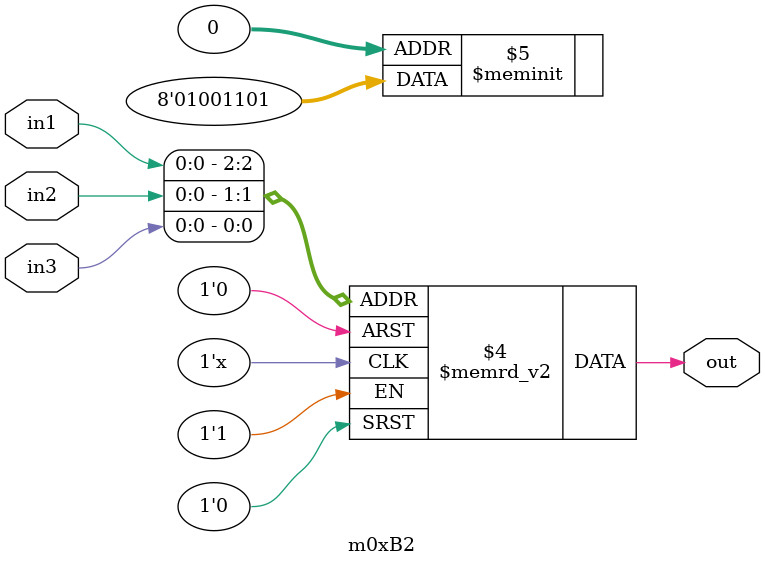
<source format=v>
module m0xB2(output out, input in1, in2, in3);

   always @(in1, in2, in3)
     begin
        case({in1, in2, in3})
          3'b000: {out} = 1'b1;
          3'b001: {out} = 1'b0;
          3'b010: {out} = 1'b1;
          3'b011: {out} = 1'b1;
          3'b100: {out} = 1'b0;
          3'b101: {out} = 1'b0;
          3'b110: {out} = 1'b1;
          3'b111: {out} = 1'b0;
        endcase // case ({in1, in2, in3})
     end // always @ (in1, in2, in3)

endmodule // m0xB2
</source>
